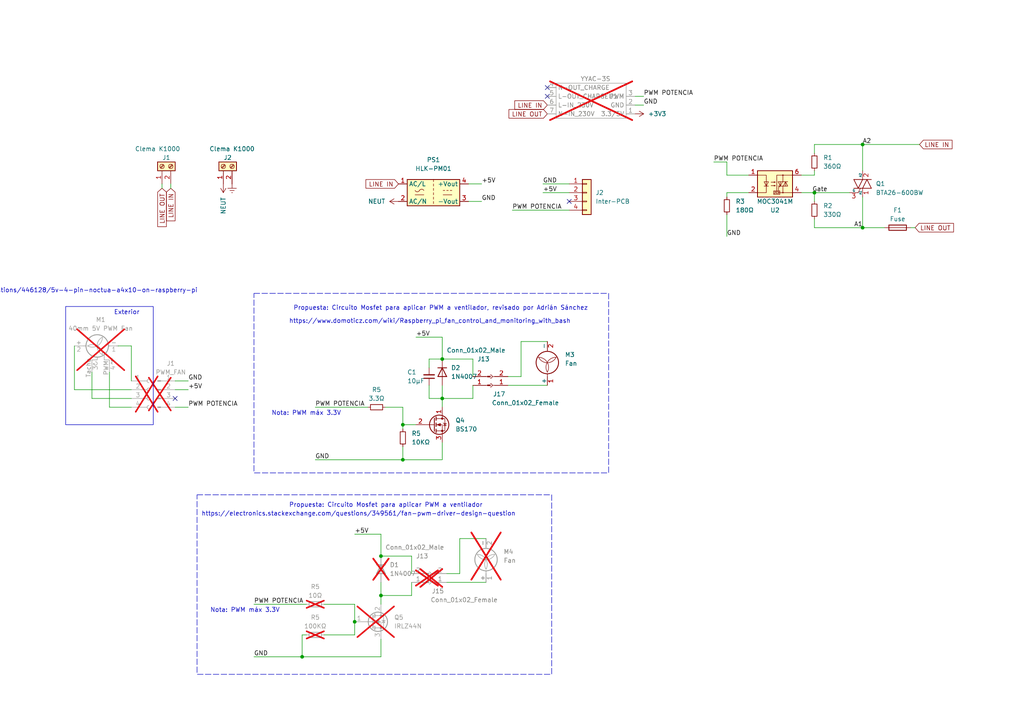
<source format=kicad_sch>
(kicad_sch (version 20230121) (generator eeschema)
  (paper "A4")
  (title_block (title "FreeDS Arquitectura Sánchez") (date "2023-05-30") (rev "1") (company "Iván Sánchez Ortega,  César Sánchez Ortega"))
  (lib_symbols
    (symbol "Connector:Conn_01x02_Female" (pin_names (offset 1.016) hide)
      (property "Reference" "J" (at 0 2.54 0))
      (property "Value" "Conn_01x02_Female" (at 0 -5.08 0))
      (symbol "Conn_01x02_Female_1_1"
        (arc (start 0 -2.032) (mid -0.5058 -2.54) (end 0 -3.048) (stroke (width 0.1524)))
        (polyline (pts (xy -1.27 -2.54) (xy -0.508 -2.54)) (stroke (width 0.1524)))
        (polyline (pts (xy -1.27 0) (xy -0.508 0)) (stroke (width 0.1524)))
        (arc (start 0 0.508) (mid -0.5058 0) (end 0 -0.508) (stroke (width 0.1524)))
        (pin passive line (at -5.08 0 0) (length 3.81) (name "Pin_1") (number "1"))
        (pin passive line (at -5.08 -2.54 0) (length 3.81) (name "Pin_2") (number "2"))
      )
    )
    (symbol "Connector:Conn_01x02_Male" (pin_names (offset 1.016) hide)
      (property "Reference" "J" (at 0 2.54 0))
      (property "Value" "Conn_01x02_Male" (at 0 -5.08 0))
      (symbol "Conn_01x02_Male_1_1"
        (polyline (pts (xy 1.27 -2.54) (xy 0.8636 -2.54)) (stroke (width 0.1524)))
        (polyline (pts (xy 1.27 0) (xy 0.8636 0)) (stroke (width 0.1524)))
        (rectangle (start 0.8636 -2.413) (end 0 -2.667) (stroke (width 0.1524)) (fill (type outline)))
        (rectangle (start 0.8636 0.127) (end 0 -0.127) (stroke (width 0.1524)) (fill (type outline)))
        (pin passive line (at 5.08 0 180) (length 3.81) (name "Pin_1") (number "1"))
        (pin passive line (at 5.08 -2.54 180) (length 3.81) (name "Pin_2") (number "2"))
      )
    )
    (symbol "Connector:Conn_01x04_Female" (pin_names (offset 1.016) hide)
      (property "Reference" "J" (at 0 5.08 0))
      (property "Value" "Conn_01x04_Female" (at 0 -7.62 0))
      (symbol "Conn_01x04_Female_1_1"
        (arc (start 0 -4.572) (mid -0.5058 -5.08) (end 0 -5.588) (stroke (width 0.1524)))
        (arc (start 0 -2.032) (mid -0.5058 -2.54) (end 0 -3.048) (stroke (width 0.1524)))
        (polyline (pts (xy -1.27 -5.08) (xy -0.508 -5.08)) (stroke (width 0.1524)))
        (polyline (pts (xy -1.27 -2.54) (xy -0.508 -2.54)) (stroke (width 0.1524)))
        (polyline (pts (xy -1.27 0) (xy -0.508 0)) (stroke (width 0.1524)))
        (polyline (pts (xy -1.27 2.54) (xy -0.508 2.54)) (stroke (width 0.1524)))
        (arc (start 0 0.508) (mid -0.5058 0) (end 0 -0.508) (stroke (width 0.1524)))
        (arc (start 0 3.048) (mid -0.5058 2.54) (end 0 2.032) (stroke (width 0.1524)))
        (pin passive line (at -5.08 2.54 0) (length 3.81) (name "Pin_1") (number "1"))
        (pin passive line (at -5.08 0 0) (length 3.81) (name "Pin_2") (number "2"))
        (pin passive line (at -5.08 -2.54 0) (length 3.81) (name "Pin_3") (number "3"))
        (pin passive line (at -5.08 -5.08 0) (length 3.81) (name "Pin_4") (number "4"))
      )
    )
    (symbol "Connector:Conn_01x04_Male" (pin_names (offset 1.016) hide)
      (property "Reference" "J" (at 0 5.08 0))
      (property "Value" "Conn_01x04_Male" (at 0 -7.62 0))
      (symbol "Conn_01x04_Male_1_1"
        (polyline (pts (xy 1.27 -5.08) (xy 0.8636 -5.08)) (stroke (width 0.1524)))
        (polyline (pts (xy 1.27 -2.54) (xy 0.8636 -2.54)) (stroke (width 0.1524)))
        (polyline (pts (xy 1.27 0) (xy 0.8636 0)) (stroke (width 0.1524)))
        (polyline (pts (xy 1.27 2.54) (xy 0.8636 2.54)) (stroke (width 0.1524)))
        (rectangle (start 0.8636 -4.953) (end 0 -5.207) (stroke (width 0.1524)) (fill (type outline)))
        (rectangle (start 0.8636 -2.413) (end 0 -2.667) (stroke (width 0.1524)) (fill (type outline)))
        (rectangle (start 0.8636 0.127) (end 0 -0.127) (stroke (width 0.1524)) (fill (type outline)))
        (rectangle (start 0.8636 2.667) (end 0 2.413) (stroke (width 0.1524)) (fill (type outline)))
        (pin passive line (at 5.08 2.54 180) (length 3.81) (name "Pin_1") (number "1"))
        (pin passive line (at 5.08 0 180) (length 3.81) (name "Pin_2") (number "2"))
        (pin passive line (at 5.08 -2.54 180) (length 3.81) (name "Pin_3") (number "3"))
        (pin passive line (at 5.08 -5.08 180) (length 3.81) (name "Pin_4") (number "4"))
      )
    )
    (symbol "Connector:Screw_Terminal_01x02" (pin_names (offset 1.016) hide)
      (property "Reference" "J" (at 0 2.54 0))
      (property "Value" "Screw_Terminal_01x02" (at 0 -5.08 0))
      (symbol "Screw_Terminal_01x02_1_1"
        (rectangle (start -1.27 1.27) (end 1.27 -3.81) (stroke (width 0.254)) (fill (type background)))
        (circle (center 0 -2.54) (radius 0.635) (stroke (width 0.1524)))
        (polyline (pts (xy -0.5334 -2.2098) (xy 0.3302 -3.048)) (stroke (width 0.1524)))
        (polyline (pts (xy -0.5334 0.3302) (xy 0.3302 -0.508)) (stroke (width 0.1524)))
        (polyline (pts (xy -0.3556 -2.032) (xy 0.508 -2.8702)) (stroke (width 0.1524)))
        (polyline (pts (xy -0.3556 0.508) (xy 0.508 -0.3302)) (stroke (width 0.1524)))
        (circle (center 0 0) (radius 0.635) (stroke (width 0.1524)))
        (pin passive line (at -5.08 0 0) (length 3.81) (name "Pin_1") (number "1"))
        (pin passive line (at -5.08 -2.54 0) (length 3.81) (name "Pin_2") (number "2"))
      )
    )
    (symbol "Connector_Generic:Conn_01x04" (pin_names (offset 1.016) hide)
      (property "Reference" "J" (at 0 5.08 0))
      (property "Value" "Conn_01x04" (at 0 -7.62 0))
      (symbol "Conn_01x04_1_1"
        (rectangle (start -1.27 -4.953) (end 0 -5.207) (stroke (width 0.1524)))
        (rectangle (start -1.27 -2.413) (end 0 -2.667) (stroke (width 0.1524)))
        (rectangle (start -1.27 0.127) (end 0 -0.127) (stroke (width 0.1524)))
        (rectangle (start -1.27 2.667) (end 0 2.413) (stroke (width 0.1524)))
        (rectangle (start -1.27 3.81) (end 1.27 -6.35) (stroke (width 0.254)) (fill (type background)))
        (pin passive line (at -5.08 2.54 0) (length 3.81) (name "Pin_1") (number "1"))
        (pin passive line (at -5.08 0 0) (length 3.81) (name "Pin_2") (number "2"))
        (pin passive line (at -5.08 -2.54 0) (length 3.81) (name "Pin_3") (number "3"))
        (pin passive line (at -5.08 -5.08 0) (length 3.81) (name "Pin_4") (number "4"))
      )
    )
    (symbol "Converter_ACDC:HLK-PM01"
      (property "Reference" "PS" (at 0 5.08 0))
      (property "Value" "HLK-PM01" (at 0 -5.08 0))
      (symbol "HLK-PM01_0_1"
        (rectangle (start -7.62 3.81) (end 7.62 -3.81) (stroke (width 0.254)) (fill (type background)))
        (arc (start -5.334 0.635) (mid -4.699 0.2495) (end -4.064 0.635))
        (arc (start -2.794 0.635) (mid -3.429 1.0072) (end -4.064 0.635))
        (polyline (pts (xy -5.334 -0.635) (xy -2.794 -0.635)))
        (polyline (pts (xy 0 -2.54) (xy 0 -3.175)))
        (polyline (pts (xy 0 -1.27) (xy 0 -1.905)))
        (polyline (pts (xy 0 0) (xy 0 -0.635)))
        (polyline (pts (xy 0 1.27) (xy 0 0.635)))
        (polyline (pts (xy 0 2.54) (xy 0 1.905)))
        (polyline (pts (xy 0 3.81) (xy 0 3.175)))
        (polyline (pts (xy 2.794 -0.635) (xy 5.334 -0.635)))
        (polyline (pts (xy 2.794 0.635) (xy 3.302 0.635)))
        (polyline (pts (xy 3.81 0.635) (xy 4.318 0.635)))
        (polyline (pts (xy 4.826 0.635) (xy 5.334 0.635)))
      )
      (symbol "HLK-PM01_1_1"
        (pin power_in line (at -10.16 2.54 0) (length 2.54) (name "AC/L") (number "1"))
        (pin power_in line (at -10.16 -2.54 0) (length 2.54) (name "AC/N") (number "2"))
        (pin power_out line (at 10.16 -2.54 180) (length 2.54) (name "-Vout") (number "3"))
        (pin power_out line (at 10.16 2.54 180) (length 2.54) (name "+Vout") (number "4"))
      )
    )
    (symbol "Device:C_Small" (pin_numbers hide) (pin_names (offset 0.254) hide)
      (property "Reference" "C" (at 0.254 1.778 0))
      (property "Value" "C_Small" (at 0.254 -2.032 0))
      (symbol "C_Small_0_1"
        (polyline (pts (xy -1.524 -0.508) (xy 1.524 -0.508)) (stroke (width 0.3302)))
        (polyline (pts (xy -1.524 0.508) (xy 1.524 0.508)) (stroke (width 0.3048)))
      )
      (symbol "C_Small_1_1"
        (pin passive line (at 0 2.54 270) (length 2.032) (name "~") (number "1"))
        (pin passive line (at 0 -2.54 90) (length 2.032) (name "~") (number "2"))
      )
    )
    (symbol "Device:Fuse" (pin_numbers hide) (pin_names (offset 0))
      (property "Reference" "F" (at 2.032 0 90))
      (property "Value" "Fuse" (at -1.905 0 90))
      (symbol "Fuse_0_1"
        (rectangle (start -0.762 -2.54) (end 0.762 2.54) (stroke (width 0.254)))
        (polyline (pts (xy 0 2.54) (xy 0 -2.54)))
      )
      (symbol "Fuse_1_1"
        (pin passive line (at 0 3.81 270) (length 1.27) (name "~") (number "1"))
        (pin passive line (at 0 -3.81 90) (length 1.27) (name "~") (number "2"))
      )
    )
    (symbol "Device:R_Small" (pin_numbers hide) (pin_names (offset 0.254) hide)
      (property "Reference" "R" (at 0.762 0.508 0))
      (property "Value" "R_Small" (at 0.762 -1.016 0))
      (symbol "R_Small_0_1"
        (rectangle (start -0.762 1.778) (end 0.762 -1.778) (stroke (width 0.2032)))
      )
      (symbol "R_Small_1_1"
        (pin passive line (at 0 2.54 270) (length 0.762) (name "~") (number "1"))
        (pin passive line (at 0 -2.54 90) (length 0.762) (name "~") (number "2"))
      )
    )
    (symbol "Diode:1N4007" (pin_numbers hide) (pin_names hide)
      (property "Reference" "D" (at 0 2.54 0))
      (property "Value" "1N4007" (at 0 -2.54 0))
      (symbol "1N4007_0_1"
        (polyline (pts (xy -1.27 1.27) (xy -1.27 -1.27)) (stroke (width 0.254)))
        (polyline (pts (xy 1.27 0) (xy -1.27 0)))
        (polyline (pts (xy 1.27 1.27) (xy 1.27 -1.27) (xy -1.27 0) (xy 1.27 1.27)) (stroke (width 0.254)))
      )
      (symbol "1N4007_1_1"
        (pin passive line (at -3.81 0 0) (length 2.54) (name "K") (number "1"))
        (pin passive line (at 3.81 0 180) (length 2.54) (name "A") (number "2"))
      )
    )
    (symbol "Motor:Fan" (pin_names (offset 0))
      (property "Reference" "M" (at 2.54 5.08 0))
      (property "Value" "Fan" (at 2.54 -2.54 0))
      (symbol "Fan_0_1"
        (arc (start -2.54 -0.508) (mid 0.0028 0.9121) (end 0 3.81))
        (polyline (pts (xy 0 -5.08) (xy 0 -4.572)))
        (polyline (pts (xy 0 -2.2352) (xy 0 -2.6416)))
        (polyline (pts (xy 0 4.2672) (xy 0 4.6228)))
        (polyline (pts (xy 0 4.572) (xy 0 5.08)))
        (circle (center 0 1.016) (radius 3.2512) (stroke (width 0.254)))
        (arc (start 0 3.81) (mid 0.053 0.921) (end 2.54 -0.508))
        (arc (start 2.54 -0.508) (mid 0 1.0618) (end -2.54 -0.508))
      )
      (symbol "Fan_1_1"
        (pin passive line (at 0 7.62 270) (length 2.54) (name "+") (number "1"))
        (pin passive line (at 0 -5.08 90) (length 2.54) (name "-") (number "2"))
      )
    )
    (symbol "Motor:Fan_4pin" (pin_names (offset 0))
      (property "Reference" "M" (at 2.54 5.08 0))
      (property "Value" "Fan_4pin" (at 2.54 -2.54 0))
      (symbol "Fan_4pin_0_0"
        (arc (start -5.588 1.524) (mid -5.08 1.0182) (end -4.572 1.524))
        (arc (start -5.08 2.032) (mid -5.4392 1.8832) (end -5.588 1.524))
        (polyline (pts (xy -5.08 2.032) (xy -5.334 2.159)))
        (polyline (pts (xy -5.08 2.032) (xy -5.207 1.778)))
        (polyline (pts (xy -4.064 2.54) (xy -4.064 1.016) (xy -3.302 1.016)))
      )
      (symbol "Fan_4pin_0_1"
        (arc (start -2.54 -0.508) (mid 0.0028 0.9121) (end 0 3.81))
        (polyline (pts (xy -4.064 2.54) (xy -5.08 2.54)))
        (polyline (pts (xy 0 -5.08) (xy 0 -4.572)))
        (polyline (pts (xy 0 -2.2352) (xy 0 -2.6416)))
        (polyline (pts (xy 0 4.2672) (xy 0 4.6228)))
        (polyline (pts (xy 0 4.572) (xy 0 5.08)))
        (polyline (pts (xy -2.54 -1.016) (xy -4.064 -1.016) (xy -4.064 -2.54) (xy -5.08 -2.54)))
        (polyline (pts (xy -5.334 -3.302) (xy -5.08 -3.302) (xy -5.08 -3.048) (xy -4.826 -3.048) (xy -4.826 -3.302) (xy -4.318 -3.302) (xy -4.318 -3.048) (xy -4.064 -3.048) (xy -4.064 -3.302) (xy -3.556 -3.302)))
        (circle (center 0 1.016) (radius 3.2512) (stroke (width 0.254)))
        (arc (start 0 3.81) (mid 0.053 0.921) (end 2.54 -0.508))
        (arc (start 2.54 -0.508) (mid 0 1.0618) (end -2.54 -0.508))
      )
      (symbol "Fan_4pin_1_1"
        (pin passive line (at 0 -5.08 90) (length 2.54) (name "-") (number "1"))
        (pin passive line (at 0 7.62 270) (length 2.54) (name "+") (number "2"))
        (pin passive line (at -7.62 2.54 0) (length 2.54) (name "Tacho") (number "3"))
        (pin input line (at -7.62 -2.54 0) (length 2.54) (name "PWM") (number "4"))
      )
    )
    (symbol "Relay_SolidState:MOC3041M"
      (property "Reference" "U" (at -5.08 5.08 0))
      (property "Value" "MOC3041M" (at 0 5.08 0))
      (symbol "MOC3041M_0_0"
        (rectangle (start -0.381 -2.032) (end 1.397 -3.048))
        (polyline (pts (xy 2.286 -2.54) (xy 1.397 -2.54)))
        (polyline (pts (xy 1.524 -0.635) (xy 1.016 -1.016) (xy 1.016 -2.032)))
        (text "ZCD" (at 0.508 -2.54 0) (effects (font (size 0.508 0.508))))
      )
      (symbol "MOC3041M_0_1"
        (rectangle (start -5.08 3.81) (end 5.08 -3.81) (stroke (width 0.254)) (fill (type background)))
        (polyline (pts (xy -3.175 -0.635) (xy -1.905 -0.635)))
        (polyline (pts (xy 1.524 -0.635) (xy 1.524 0.635)))
        (polyline (pts (xy 3.048 0.635) (xy 3.048 -0.635)))
        (polyline (pts (xy 2.286 -0.635) (xy 2.286 -2.54) (xy 5.08 -2.54)))
        (polyline (pts (xy 2.286 0.635) (xy 2.286 2.54) (xy 5.08 2.54)))
        (polyline (pts (xy 2.286 2.54) (xy 0.508 2.54) (xy 0.508 -2.032)))
        (polyline (pts (xy -5.08 2.54) (xy -2.54 2.54) (xy -2.54 -2.54) (xy -5.08 -2.54)))
        (polyline (pts (xy -2.54 -0.635) (xy -3.175 0.635) (xy -1.905 0.635) (xy -2.54 -0.635)))
        (polyline (pts (xy 0.889 -0.635) (xy 3.683 -0.635) (xy 3.048 0.635) (xy 2.413 -0.635)))
        (polyline (pts (xy 3.683 0.635) (xy 0.889 0.635) (xy 1.524 -0.635) (xy 2.159 0.635)))
        (polyline (pts (xy -1.143 -0.508) (xy 0.127 -0.508) (xy -0.254 -0.635) (xy -0.254 -0.381) (xy 0.127 -0.508)))
        (polyline (pts (xy -1.143 0.508) (xy 0.127 0.508) (xy -0.254 0.381) (xy -0.254 0.635) (xy 0.127 0.508)))
        (circle (center 2.286 -2.54) (radius 0.127))
        (circle (center 2.286 2.54) (radius 0.127))
      )
      (symbol "MOC3041M_1_1"
        (pin passive line (at -7.62 2.54 0) (length 2.54) (name "~") (number "1"))
        (pin passive line (at -7.62 -2.54 0) (length 2.54) (name "~") (number "2"))
        (pin no_connect line (at -5.08 0 0) (length 2.54) hide (name "NC") (number "3"))
        (pin passive line (at 7.62 -2.54 180) (length 2.54) (name "~") (number "4"))
        (pin no_connect line (at 5.08 0 180) (length 2.54) hide (name "NC") (number "5"))
        (pin passive line (at 7.62 2.54 180) (length 2.54) (name "~") (number "6"))
      )
    )
    (symbol "Transistor_FET:BS170" (pin_names hide)
      (property "Reference" "Q" (at 5.08 1.905 0))
      (property "Value" "BS170" (at 5.08 0 0))
      (symbol "BS170_0_1"
        (polyline (pts (xy 0.254 0) (xy -2.54 0)))
        (polyline (pts (xy 0.254 1.905) (xy 0.254 -1.905)) (stroke (width 0.254)))
        (polyline (pts (xy 0.762 -1.27) (xy 0.762 -2.286)) (stroke (width 0.254)))
        (polyline (pts (xy 0.762 0.508) (xy 0.762 -0.508)) (stroke (width 0.254)))
        (polyline (pts (xy 0.762 2.286) (xy 0.762 1.27)) (stroke (width 0.254)))
        (polyline (pts (xy 2.54 2.54) (xy 2.54 1.778)))
        (polyline (pts (xy 2.54 -2.54) (xy 2.54 0) (xy 0.762 0)))
        (polyline (pts (xy 0.762 -1.778) (xy 3.302 -1.778) (xy 3.302 1.778) (xy 0.762 1.778)))
        (polyline (pts (xy 1.016 0) (xy 2.032 0.381) (xy 2.032 -0.381) (xy 1.016 0)) (fill (type outline)))
        (polyline (pts (xy 2.794 0.508) (xy 2.921 0.381) (xy 3.683 0.381) (xy 3.81 0.254)))
        (polyline (pts (xy 3.302 0.381) (xy 2.921 -0.254) (xy 3.683 -0.254) (xy 3.302 0.381)))
        (circle (center 1.651 0) (radius 2.794) (stroke (width 0.254)))
        (circle (center 2.54 -1.778) (radius 0.254) (fill (type outline)))
        (circle (center 2.54 1.778) (radius 0.254) (fill (type outline)))
      )
      (symbol "BS170_1_1"
        (pin passive line (at 2.54 5.08 270) (length 2.54) (name "D") (number "1"))
        (pin input line (at -5.08 0 0) (length 2.54) (name "G") (number "2"))
        (pin passive line (at 2.54 -5.08 90) (length 2.54) (name "S") (number "3"))
      )
    )
    (symbol "Transistor_FET:IRLZ44N" (pin_names hide)
      (property "Reference" "Q" (at 6.35 1.905 0))
      (property "Value" "IRLZ44N" (at 6.35 0 0))
      (symbol "IRLZ44N_0_1"
        (polyline (pts (xy 0.254 0) (xy -2.54 0)))
        (polyline (pts (xy 0.254 1.905) (xy 0.254 -1.905)) (stroke (width 0.254)))
        (polyline (pts (xy 0.762 -1.27) (xy 0.762 -2.286)) (stroke (width 0.254)))
        (polyline (pts (xy 0.762 0.508) (xy 0.762 -0.508)) (stroke (width 0.254)))
        (polyline (pts (xy 0.762 2.286) (xy 0.762 1.27)) (stroke (width 0.254)))
        (polyline (pts (xy 2.54 2.54) (xy 2.54 1.778)))
        (polyline (pts (xy 2.54 -2.54) (xy 2.54 0) (xy 0.762 0)))
        (polyline (pts (xy 0.762 -1.778) (xy 3.302 -1.778) (xy 3.302 1.778) (xy 0.762 1.778)))
        (polyline (pts (xy 1.016 0) (xy 2.032 0.381) (xy 2.032 -0.381) (xy 1.016 0)) (fill (type outline)))
        (polyline (pts (xy 2.794 0.508) (xy 2.921 0.381) (xy 3.683 0.381) (xy 3.81 0.254)))
        (polyline (pts (xy 3.302 0.381) (xy 2.921 -0.254) (xy 3.683 -0.254) (xy 3.302 0.381)))
        (circle (center 1.651 0) (radius 2.794) (stroke (width 0.254)))
        (circle (center 2.54 -1.778) (radius 0.254) (fill (type outline)))
        (circle (center 2.54 1.778) (radius 0.254) (fill (type outline)))
      )
      (symbol "IRLZ44N_1_1"
        (pin input line (at -5.08 0 0) (length 2.54) (name "G") (number "1"))
        (pin passive line (at 2.54 5.08 270) (length 2.54) (name "D") (number "2"))
        (pin passive line (at 2.54 -5.08 90) (length 2.54) (name "S") (number "3"))
      )
    )
    (symbol "Triac_Thyristor:BTA16-600BW" (pin_names (offset 0))
      (property "Reference" "Q" (at 5.08 1.905 0))
      (property "Value" "BTA16-600BW" (at 5.08 0 0))
      (symbol "BTA16-600BW_0_1"
        (polyline (pts (xy -2.54 -1.27) (xy 2.54 -1.27)) (stroke (width 0.2032)))
        (polyline (pts (xy -2.54 1.27) (xy 2.54 1.27)) (stroke (width 0.2032)))
        (polyline (pts (xy -1.27 -2.54) (xy -0.635 -1.27)))
        (polyline (pts (xy -2.54 1.27) (xy -1.27 -1.27) (xy 0 1.27)) (stroke (width 0.2032)))
        (polyline (pts (xy 0 -1.27) (xy 1.27 1.27) (xy 2.54 -1.27)) (stroke (width 0.2032)))
      )
      (symbol "BTA16-600BW_1_1"
        (pin passive line (at 0 -3.81 90) (length 2.54) (name "A1") (number "1"))
        (pin passive line (at 0 3.81 270) (length 2.54) (name "A2") (number "2"))
        (pin input line (at -3.81 -2.54 0) (length 2.54) (name "G") (number "3"))
      )
    )
    (symbol "module:YYAC-35_PWM_TRIAC"
      (property "Reference" "U" (at 1.27 3.81 0))
      (symbol "YYAC-35_PWM_TRIAC_0_1"
        (polyline (pts (xy -5.08 2.54) (xy 15.24 2.54) (xy 15.24 -7.62) (xy -5.08 -7.62) (xy -5.08 2.54)))
      )
      (symbol "YYAC-35_PWM_TRIAC_1_1"
        (pin input line (at -7.62 1.27 0) (length 2.54) (name "3.3/5V") (number "1"))
        (pin input line (at -7.62 -1.27 0) (length 2.54) (name "GND") (number "2"))
        (pin input line (at -7.62 -3.81 0) (length 2.54) (name "PWM") (number "3"))
        (pin output line (at 17.78 -6.35 180) (length 2.54) (name "N-OUT_CHARGE") (number "4"))
        (pin output line (at 17.78 -3.81 180) (length 2.54) (name "L-OUT_CHARGE") (number "5"))
        (pin input line (at 17.78 -1.27 180) (length 2.54) (name "L-IN_230V") (number "6"))
        (pin input line (at 17.78 1.27 180) (length 2.54) (name "N-IN_230V") (number "7"))
      )
    )
    (symbol "power:+3V3" (power) (pin_names (offset 0))
      (property "Value" "+3V3" (at 0 3.556 0))
      (symbol "+3V3_0_1"
        (polyline (pts (xy -0.762 1.27) (xy 0 2.54)))
        (polyline (pts (xy 0 0) (xy 0 2.54)))
        (polyline (pts (xy 0 2.54) (xy 0.762 1.27)))
      )
      (symbol "+3V3_1_1"
        (pin power_in line (at 0 0 90) (length 0) hide (name "+3V3") (number "1"))
      )
    )
    (symbol "power:Earth" (power) (pin_names (offset 0))
      (symbol "Earth_0_1"
        (polyline (pts (xy -0.635 -1.905) (xy 0.635 -1.905)))
        (polyline (pts (xy -0.127 -2.54) (xy 0.127 -2.54)))
        (polyline (pts (xy 0 -1.27) (xy 0 0)))
        (polyline (pts (xy 1.27 -1.27) (xy -1.27 -1.27)))
      )
      (symbol "Earth_1_1"
        (pin power_in line (at 0 0 270) (length 0) hide (name "Earth") (number "1"))
      )
    )
    (symbol "power:NEUT" (power) (pin_names (offset 0))
      (property "Value" "NEUT" (at 0 3.81 0))
      (symbol "NEUT_0_1"
        (polyline (pts (xy -0.762 1.27) (xy 0 2.54)))
        (polyline (pts (xy 0 0) (xy 0 2.54)))
        (polyline (pts (xy 0 2.54) (xy 0.762 1.27)))
      )
      (symbol "NEUT_1_1"
        (pin power_in line (at 0 0 90) (length 0) hide (name "NEUT") (number "1"))
      )
    )
  )
  (junction (at 250.19 66.04))
  (junction (at 87.63 190.5))
  (junction (at 116.84 123.19))
  (junction (at 250.19 41.91))
  (junction (at 110.49 161.29))
  (junction (at 116.84 133.35))
  (junction (at 110.49 172.72))
  (junction (at 128.27 115.57))
  (junction (at 128.27 104.14))
  (junction (at 102.87 180.34))
  (junction (at 236.22 55.88))
  (no_connect (at 165.1 58.42))
  (no_connect (at 50.8 115.57))
  (no_connect (at 158.75 27.94))
  (no_connect (at 158.75 25.4))
  (wire (pts (xy 26.67 107.95) (xy 26.67 115.57)))
  (wire (pts (xy 73.66 190.5) (xy 87.63 190.5)))
  (wire (pts (xy 186.69 27.94) (xy 184.15 27.94)))
  (wire (pts (xy 73.66 175.26) (xy 88.9 175.26)))
  (wire (pts (xy 236.22 66.04) (xy 250.19 66.04)))
  (wire (pts (xy 38.1 100.33) (xy 34.29 100.33)))
  (wire (pts (xy 49.53 53.34) (xy 49.53 54.61)))
  (wire (pts (xy 210.82 55.88) (xy 217.17 55.88)))
  (wire (pts (xy 26.67 115.57) (xy 38.1 115.57)))
  (wire (pts (xy 232.41 55.88) (xy 236.22 55.88)))
  (wire (pts (xy 128.27 115.57) (xy 128.27 118.11)))
  (wire (pts (xy 111.76 118.11) (xy 116.84 118.11)))
  (wire (pts (xy 210.82 50.8) (xy 217.17 50.8)))
  (wire (pts (xy 102.87 175.26) (xy 102.87 180.34)))
  (wire (pts (xy 116.84 133.35) (xy 128.27 133.35)))
  (wire (pts (xy 266.7 41.91) (xy 250.19 41.91)))
  (wire (pts (xy 21.59 113.03) (xy 38.1 113.03)))
  (wire (pts (xy 116.84 123.19) (xy 120.65 123.19)))
  (wire (pts (xy 133.35 156.21) (xy 133.35 166.37)))
  (wire (pts (xy 157.48 55.88) (xy 165.1 55.88)))
  (wire (pts (xy 157.48 53.34) (xy 165.1 53.34)))
  (wire (pts (xy 236.22 49.53) (xy 236.22 50.8)))
  (wire (pts (xy 236.22 55.88) (xy 236.22 58.42)))
  (wire (pts (xy 110.49 154.94) (xy 110.49 161.29)))
  (wire (pts (xy 116.84 129.54) (xy 116.84 133.35)))
  (wire (pts (xy 110.49 185.42) (xy 110.49 190.5)))
  (wire (pts (xy 31.75 107.95) (xy 31.75 118.11)))
  (wire (pts (xy 135.89 53.34) (xy 139.7 53.34)))
  (wire (pts (xy 93.98 175.26) (xy 102.87 175.26)))
  (wire (pts (xy 91.44 118.11) (xy 106.68 118.11)))
  (wire (pts (xy 93.98 184.15) (xy 102.87 184.15)))
  (wire (pts (xy 133.35 166.37) (xy 129.54 166.37)))
  (wire (pts (xy 148.59 60.96) (xy 165.1 60.96)))
  (wire (pts (xy 124.46 111.76) (xy 124.46 115.57)))
  (wire (pts (xy 128.27 104.14) (xy 137.16 104.14)))
  (wire (pts (xy 250.19 57.15) (xy 250.19 66.04)))
  (wire (pts (xy 140.97 156.21) (xy 133.35 156.21)))
  (wire (pts (xy 110.49 172.72) (xy 110.49 175.26)))
  (wire (pts (xy 236.22 55.88) (xy 246.38 55.88)))
  (wire (pts (xy 264.16 66.04) (xy 265.43 66.04)))
  (wire (pts (xy 129.54 168.91) (xy 140.97 168.91)))
  (wire (pts (xy 119.38 168.91) (xy 119.38 172.72)))
  (wire (pts (xy 236.22 41.91) (xy 236.22 44.45)))
  (wire (pts (xy 236.22 50.8) (xy 232.41 50.8)))
  (wire (pts (xy 128.27 128.27) (xy 128.27 133.35)))
  (wire (pts (xy 135.89 58.42) (xy 139.7 58.42)))
  (wire (pts (xy 147.32 111.76) (xy 158.75 111.76)))
  (wire (pts (xy 128.27 97.79) (xy 128.27 104.14)))
  (wire (pts (xy 110.49 168.91) (xy 110.49 172.72)))
  (wire (pts (xy 54.61 118.11) (xy 50.8 118.11)))
  (wire (pts (xy 128.27 111.76) (xy 128.27 115.57)))
  (wire (pts (xy 50.8 110.49) (xy 54.61 110.49)))
  (wire (pts (xy 137.16 104.14) (xy 137.16 109.22)))
  (wire (pts (xy 210.82 55.88) (xy 210.82 57.15)))
  (wire (pts (xy 236.22 41.91) (xy 250.19 41.91)))
  (wire (pts (xy 87.63 184.15) (xy 88.9 184.15)))
  (wire (pts (xy 50.8 113.03) (xy 54.61 113.03)))
  (wire (pts (xy 120.65 97.79) (xy 128.27 97.79)))
  (wire (pts (xy 210.82 46.99) (xy 207.01 46.99)))
  (wire (pts (xy 158.75 99.06) (xy 151.13 99.06)))
  (wire (pts (xy 116.84 124.46) (xy 116.84 123.19)))
  (wire (pts (xy 151.13 109.22) (xy 147.32 109.22)))
  (wire (pts (xy 102.87 184.15) (xy 102.87 180.34)))
  (wire (pts (xy 256.54 66.04) (xy 250.19 66.04)))
  (wire (pts (xy 184.15 30.48) (xy 186.69 30.48)))
  (wire (pts (xy 210.82 46.99) (xy 210.82 50.8)))
  (wire (pts (xy 91.44 133.35) (xy 116.84 133.35)))
  (wire (pts (xy 151.13 99.06) (xy 151.13 109.22)))
  (wire (pts (xy 21.59 100.33) (xy 21.59 113.03)))
  (wire (pts (xy 110.49 172.72) (xy 119.38 172.72)))
  (wire (pts (xy 38.1 110.49) (xy 38.1 100.33)))
  (wire (pts (xy 110.49 190.5) (xy 87.63 190.5)))
  (wire (pts (xy 124.46 115.57) (xy 128.27 115.57)))
  (wire (pts (xy 116.84 118.11) (xy 116.84 123.19)))
  (wire (pts (xy 119.38 161.29) (xy 119.38 166.37)))
  (wire (pts (xy 128.27 115.57) (xy 137.16 115.57)))
  (wire (pts (xy 87.63 190.5) (xy 87.63 184.15)))
  (wire (pts (xy 250.19 41.91) (xy 250.19 49.53)))
  (wire (pts (xy 31.75 118.11) (xy 38.1 118.11)))
  (wire (pts (xy 124.46 104.14) (xy 128.27 104.14)))
  (wire (pts (xy 46.99 53.34) (xy 46.99 54.61)))
  (wire (pts (xy 110.49 161.29) (xy 119.38 161.29)))
  (wire (pts (xy 124.46 106.68) (xy 124.46 104.14)))
  (wire (pts (xy 102.87 154.94) (xy 110.49 154.94)))
  (wire (pts (xy 137.16 111.76) (xy 137.16 115.57)))
  (wire (pts (xy 236.22 63.5) (xy 236.22 66.04)))
  (wire (pts (xy 210.82 62.23) (xy 210.82 68.58)))
  (rectangle (start 19.05 88.9) (end 44.45 123.19))
  (rectangle (start 73.66 85.09) (end 176.53 137.16) (stroke (width 0) (type dash)))
  (rectangle (start 57.15 143.51) (end 160.02 195.58) (stroke (width 0) (type dash)))
  (text "https://electronics.stackexchange.com/questions/446128/5v-4-pin-noctua-a4x10-on-raspberry-pi" (at -43.18 85.09 0) (effects (font (size 1.27 1.27)) (justify left bottom)))
  (text "Nota: PWM máx 3.3V" (at 78.74 120.65 0) (effects (font (size 1.27 1.27)) (justify left bottom)))
  (text "Nota: PWM máx 3.3V" (at 60.96 177.8 0) (effects (font (size 1.27 1.27)) (justify left bottom)))
  (text "https://electronics.stackexchange.com/questions/349561/fan-pwm-driver-design-question" (at 58.42 149.86 0) (effects (font (size 1.27 1.27)) (justify left bottom)))
  (text "Exterior" (at 33.02 91.44 0) (effects (font (size 1.27 1.27)) (justify left bottom)))
  (text "Propuesta: Circuito Mosfet para aplicar PWM a ventilador" (at 83.82 147.32 0) (effects (font (size 1.27 1.27)) (justify left bottom)))
  (text "https://www.domoticz.com/wiki/Raspberry_pi_fan_control_and_monitoring_with_bash" (at 83.82 93.98 0) (effects (font (size 1.27 1.27)) (justify left bottom)))
  (text "Propuesta: Circuito Mosfet para aplicar PWM a ventilador, revisado por Adrián Sánchez" (at 85.09 90.17 0) (effects (font (size 1.27 1.27)) (justify left bottom)))
  (label "GND" (at 210.82 68.58 0))
  (label "A2" (at 250.19 41.91 0))
  (label "GND" (at 91.44 133.35 0))
  (label "GND" (at 73.66 190.5 0))
  (label "GND" (at 157.48 53.34 0))
  (label "PWM POTENCIA" (at 91.44 118.11 0))
  (label "GND" (at 54.61 110.49 0))
  (label "PWM POTENCIA" (at 207.01 46.99 0))
  (label "A1" (at 250.19 66.04 180))
  (label "GND" (at 186.69 30.48 0))
  (label "+5V" (at 157.48 55.88 0))
  (label "PWM POTENCIA" (at 73.66 175.26 0))
  (label "GND" (at 139.7 58.42 0))
  (label "PWM POTENCIA" (at 148.59 60.96 0))
  (label "Gate" (at 240.03 55.88 180))
  (label "+5V" (at 102.87 154.94 0))
  (label "+5V" (at 54.61 113.03 0))
  (label "PWM POTENCIA" (at 54.61 118.11 0))
  (label "+5V" (at 139.7 53.34 0))
  (label "+5V" (at 120.65 97.79 0))
  (label "PWM POTENCIA" (at 186.69 27.94 0))
  (global_label "LINE IN" (shape input) (at 115.57 53.34 180) (property "Intersheetrefs" "${INTERSHEET_REFS}" (effects hide)))
  (global_label "LINE OUT" (shape input) (at 265.43 66.04 0) (property "Intersheetrefs" "${INTERSHEET_REFS}" (effects hide)))
  (global_label "LINE IN" (shape input) (at 158.75 30.48 180) (property "Intersheetrefs" "${INTERSHEET_REFS}" (effects hide)))
  (global_label "LINE OUT" (shape input) (at 158.75 33.02 180) (property "Intersheetrefs" "${INTERSHEET_REFS}" (effects hide)))
  (global_label "LINE OUT" (shape input) (at 46.99 54.61 270) (property "Intersheetrefs" "${INTERSHEET_REFS}" (effects hide)))
  (global_label "LINE IN" (shape input) (at 49.53 54.61 270) (property "Intersheetrefs" "${INTERSHEET_REFS}" (effects hide)))
  (global_label "LINE IN" (shape input) (at 266.7 41.91 0) (property "Intersheetrefs" "${INTERSHEET_REFS}" (effects hide)))
  (symbol (lib_id "Triac_Thyristor:BTA16-600BW") (at 250.19 53.34 0) (unit 1)
    (property "Reference" "Q1" (at 254 53.2892 0) (effects (justify left)))
    (property "Value" "BTA26-600BW" (at 254 55.88 0) (effects (justify left)))
    (property "Footprint" "componentes-auxiliares:TOP3_Vertical" (effects hide))
    (property "Datasheet" "https://www.st.com/resource/en/datasheet/bta16.pdf" (effects hide))
    (property "Compras" "https://www.aliexpress.com/item/32508392409.html" (effects hide))
    (property "Grupo" "Básico" (effects hide))
    (instances (project "freeds-sanchez" (path "" (reference "Q1") (unit 1)) (path "" (reference "Q1") (unit 1))) (project "FreeDS_potencia" (path "" (reference "Q3") (unit 1))))
  )
  (symbol (lib_id "power:+3V3") (at 184.15 33.02 270) (unit 1)
    (property "Reference" "#PWR018" (effects hide))
    (property "Value" "+3V3" (at 187.96 33.02 90) (effects (justify left)))
    (instances (project "freeds-sanchez" (path "" (reference "#PWR018") (unit 1)) (path "" (reference "#PWR034") (unit 1))))
  )
  (symbol (lib_id "Device:C_Small") (at 124.46 109.22 180) (unit 1)
    (property "Reference" "C1" (at 118.11 107.95 0) (effects (justify right)))
    (property "Value" "10µF" (at 118.11 110.49 0) (effects (justify right)))
    (property "Footprint" "Capacitor_THT:C_Disc_D4.7mm_W2.5mm_P5.00mm" (effects hide))
    (property "Compras" "https://www.aliexpress.com/item/1005001715033995.html" (effects hide))
    (property "Grupo" "Pinza Amperimétrica" (effects hide))
    (instances (project "freeds-sanchez" (path "" (reference "C1") (unit 1)) (path "" (reference "C2") (unit 1))) (project "FreeDS" (path "" (reference "C1") (unit 1))))
  )
  (symbol (lib_id "module:YYAC-35_PWM_TRIAC") (at 176.53 31.75 180) (unit 1) (in_bom no) (on_board no) (dnp yes)
    (property "Reference" "U1" (at 177.8 27.94 0))
    (property "Value" "YYAC-3S" (at 172.72 22.86 0))
    (property "Footprint" "componentes-auxiliares:YYAC-35 PWM TRIAC" (effects hide))
    (property "Sim.Enable" "0" (effects hide))
    (property "Compras" "https://www.aliexpress.com/item/1005004149677279.html" (effects hide))
    (instances (project "freeds-sanchez" (path "" (reference "U1") (unit 1)) (path "" (reference "U1") (unit 1))) (project "FreeDS_potencia" (path "" (reference "U5") (unit 1))))
  )
  (symbol (lib_id "Connector:Conn_01x02_Male") (at 142.24 111.76 180) (unit 1)
    (property "Reference" "J13" (at 138.43 104.14 0) (effects (justify right)))
    (property "Value" "Conn_01x02_Male" (at 129.54 101.6 0) (effects (justify right)))
    (property "Footprint" "Connector_PinHeader_2.54mm:PinHeader_1x02_P2.54mm_Vertical" (effects hide))
    (property "Compras" "https://www.aliexpress.com/item/32758380907.html" (effects hide))
    (property "Grupo" "Ventilador PWM" (effects hide))
    (instances (project "freeds-sanchez" (path "" (reference "J13") (unit 1)) (path "" (reference "J16") (unit 1))))
  )
  (symbol (lib_id "Converter_ACDC:HLK-PM01") (at 125.73 55.88 0) (unit 1)
    (property "Reference" "PS1" (at 125.73 46.355 0))
    (property "Value" "HLK-PM01" (at 125.73 48.895 0))
    (property "Footprint" "Converter_ACDC:Converter_ACDC_HiLink_HLK-PMxx" (effects hide))
    (property "Datasheet" "http://www.hlktech.net/product_detail.php?ProId=54" (effects hide))
    (property "Compras" "https://www.aliexpress.com/item/32408565688.html" (effects hide))
    (property "Grupo" "Básico" (effects hide))
  )
  (symbol (lib_id "Device:R_Small") (at 116.84 127 180) (unit 1)
    (property "Reference" "R5" (at 119.38 125.73 0) (effects (justify right)))
    (property "Value" "10KΩ" (at 119.38 128.27 0) (effects (justify right)))
    (property "Footprint" "Resistor_THT:R_Axial_DIN0207_L6.3mm_D2.5mm_P10.16mm_Horizontal" (effects hide))
    (property "Compras" "https://www.aliexpress.com/item/1005001931818502.html" (effects hide))
    (property "Grupo" "Ventilador PWM" (effects hide))
    (instances (project "freeds-sanchez" (path "" (reference "R5") (unit 1)) (path "" (reference "R9") (unit 1))) (project "FreeDS" (path "" (reference "R3") (unit 1))))
  )
  (symbol (lib_id "Transistor_FET:BS170") (at 125.73 123.19 0) (unit 1)
    (property "Reference" "Q4" (at 132.08 121.92 0) (effects (justify left)))
    (property "Value" "BS170" (at 132.08 124.46 0) (effects (justify left)))
    (property "Footprint" "Package_TO_SOT_THT:TO-92_Inline" (effects hide))
    (property "Datasheet" "https://www.onsemi.com/pub/Collateral/BS170-D.PDF" (effects hide))
    (property "Compras" "https://www.aliexpress.com/item/33043571478.html" (effects hide))
  )
  (symbol (lib_id "Motor:Fan_4pin") (at 29.21 100.33 90) (unit 1) (on_board no) (dnp yes)
    (property "Reference" "M1" (at 29.21 92.71 90))
    (property "Value" "40mm 5V PWM Fan" (at 29.21 95.25 90))
    (property "Datasheet" "https://noctua.at/en/products/fan/nf-a4x10-pwm/specification" (effects hide))
    (property "Compras" "https://www.aliexpress.com/item/1005003661639143.html" (effects hide))
    (property "Nota" "https://electronics.stackexchange.com/questions/446128/5v-4-pin-noctua-a4x10-on-raspberry-pi" (effects hide))
  )
  (symbol (lib_id "Relay_SolidState:MOC3041M") (at 224.79 53.34 0) (unit 1)
    (property "Reference" "U2" (at 224.79 60.96 0))
    (property "Value" "MOC3041M" (at 224.79 58.42 0))
    (property "Footprint" "Package_DIP:DIP-6_W7.62mm" (effects hide))
    (property "Datasheet" "https://www.onsemi.com/pub/Collateral/MOC3043M-D.pdf" (effects hide))
    (property "Compras" "https://www.aliexpress.com/item/32870289997.html" (effects hide))
    (property "Grupo" "Básico" (effects hide))
    (instances (project "freeds-sanchez" (path "" (reference "U2") (unit 1)) (path "" (reference "U2") (unit 1))) (project "FreeDS_potencia" (path "" (reference "U1") (unit 1))))
  )
  (symbol (lib_id "Connector:Conn_01x02_Male") (at 124.46 168.91 180) (unit 1) (in_bom no) (on_board no) (dnp yes)
    (property "Reference" "J13" (at 120.65 161.29 0) (effects (justify right)))
    (property "Value" "Conn_01x02_Male" (at 111.76 158.75 0) (effects (justify right)))
    (property "Footprint" "Connector_PinHeader_2.54mm:PinHeader_1x02_P2.54mm_Vertical" (effects hide))
    (property "Compras" "https://www.aliexpress.com/item/32758380907.html" (effects hide))
    (property "Grupo" "Ventilador PWM" (effects hide))
    (instances (project "freeds-sanchez" (path "" (reference "J13") (unit 1)) (path "" (reference "J14") (unit 1))))
  )
  (symbol (lib_id "Connector:Conn_01x04_Male") (at 45.72 113.03 0) (unit 1) (in_bom no) (on_board no) (dnp yes)
    (property "Reference" "J1" (at 49.53 105.41 0))
    (property "Value" "PWM_FAN" (at 49.53 107.95 0))
    (property "Footprint" "Connector_JST:JST_GH_BM04B-GHS-TBT_1x04-1MP_P1.25mm_Vertical" (effects hide))
    (property "Compras" "https://www.aliexpress.com/item/32758380907.html" (effects hide))
    (instances (project "freeds-sanchez" (path "" (reference "J1") (unit 1)) (path "" (reference "J13") (unit 1))))
  )
  (symbol (lib_id "Device:Fuse") (at 260.35 66.04 90) (unit 1)
    (property "Reference" "F1" (at 260.35 60.96 90))
    (property "Value" "Fuse" (at 260.35 63.5 90))
    (property "Footprint" "Fuse:Fuseholder_Clip-5x20mm_Littelfuse_100_Inline_P20.50x4.60mm_D1.30mm_Horizontal" (effects hide))
    (property "Compras" "https://www.aliexpress.com/item/1005002876255086.html" (effects hide))
    (property "Grupo" "Básico" (effects hide))
  )
  (symbol (lib_id "Connector:Conn_01x04_Female") (at 43.18 113.03 0) (unit 1) (in_bom no) (on_board no) (dnp yes)
    (property "Reference" "J9" (effects hide))
    (property "Value" "Conn_01x04_Female" (effects hide))
    (instances (project "freeds-sanchez" (path "" (reference "J9") (unit 1)) (path "" (reference "J12") (unit 1))))
  )
  (symbol (lib_id "Device:R_Small") (at 236.22 46.99 0) (unit 1)
    (property "Reference" "R1" (at 238.76 45.72 0) (effects (justify left)))
    (property "Value" "360Ω" (at 238.76 48.26 0) (effects (justify left)))
    (property "Footprint" "Resistor_THT:R_Axial_DIN0207_L6.3mm_D2.5mm_P10.16mm_Horizontal" (effects hide))
    (property "Compras" "https://www.aliexpress.com/item/1005001931818502.html" (effects hide))
    (property "Grupo" "Básico" (effects hide))
    (instances (project "freeds-sanchez" (path "" (reference "R1") (unit 1)) (path "" (reference "R1") (unit 1))) (project "FreeDS_potencia" (path "" (reference "R3") (unit 1))))
  )
  (symbol (lib_id "Device:R_Small") (at 109.22 118.11 90) (unit 1)
    (property "Reference" "R5" (at 109.22 113.03 90))
    (property "Value" "3.3Ω" (at 109.22 115.57 90))
    (property "Footprint" "Resistor_THT:R_Axial_DIN0207_L6.3mm_D2.5mm_P10.16mm_Horizontal" (effects hide))
    (property "Compras" "https://www.aliexpress.com/item/1005001931818502.html" (effects hide))
    (property "Grupo" "Ventilador PWM" (effects hide))
    (instances (project "freeds-sanchez" (path "" (reference "R5") (unit 1)) (path "" (reference "R8") (unit 1))) (project "FreeDS" (path "" (reference "R3") (unit 1))))
  )
  (symbol (lib_id "Connector:Screw_Terminal_01x02") (at 64.77 48.26 90) (unit 1)
    (property "Reference" "J2" (at 66.04 45.72 90))
    (property "Value" "Clema K1000" (at 67.31 43.18 90))
    (property "Footprint" "componentes-auxiliares:Clema 20x14mm K1000 2P" (effects hide))
    (property "Compras" "https://www.aliexpress.com/item/4000170287617.html" (effects hide))
    (property "Grupo" "Básico" (effects hide))
  )
  (symbol (lib_id "power:NEUT") (at 115.57 58.42 90) (unit 1)
    (property "Reference" "#PWR035" (effects hide))
    (property "Value" "NEUT" (at 111.76 58.42 90) (effects (justify left)))
  )
  (symbol (lib_id "Connector_Generic:Conn_01x04") (at 170.18 55.88 0) (unit 1)
    (property "Reference" "J2" (at 172.72 55.88 0) (effects (justify left)))
    (property "Value" "Inter-PCB" (at 172.72 58.42 0) (effects (justify left)))
    (property "Footprint" "Connector_PinHeader_2.54mm:PinHeader_1x04_P2.54mm_Vertical" (effects hide))
    (property "Grupo" "Básico" (effects hide))
    (instances (project "freeds-sanchez" (path "" (reference "J2") (unit 1)) (path "" (reference "J3") (unit 1))) (project "FreeDS_potencia" (path "" (reference "J2") (unit 1))))
  )
  (symbol (lib_id "Device:R_Small") (at 91.44 175.26 90) (unit 1) (in_bom no) (on_board no) (dnp yes)
    (property "Reference" "R5" (at 91.44 170.18 90))
    (property "Value" "10Ω" (at 91.44 172.72 90))
    (property "Footprint" "Resistor_THT:R_Axial_DIN0207_L6.3mm_D2.5mm_P10.16mm_Horizontal" (effects hide))
    (property "Compras" "https://www.aliexpress.com/item/1005001931818502.html" (effects hide))
    (property "Grupo" "Ventilador PWM" (effects hide))
    (instances (project "freeds-sanchez" (path "" (reference "R5") (unit 1)) (path "" (reference "R12") (unit 1))) (project "FreeDS" (path "" (reference "R3") (unit 1))))
  )
  (symbol (lib_id "Motor:Fan") (at 140.97 161.29 180) (unit 1) (in_bom no) (on_board no) (dnp yes)
    (property "Reference" "M4" (at 146.05 160.02 0) (effects (justify right)))
    (property "Value" "Fan" (at 146.05 162.56 0) (effects (justify right)))
    (property "Grupo" "Ventilador PWM" (effects hide))
  )
  (symbol (lib_id "Connector:Screw_Terminal_01x02") (at 46.99 48.26 90) (unit 1)
    (property "Reference" "J1" (at 48.26 45.72 90))
    (property "Value" "Clema K1000" (at 45.72 43.18 90))
    (property "Footprint" "componentes-auxiliares:Clema 20x14mm K1000 2P" (effects hide))
    (property "Compras" "https://www.aliexpress.com/item/4000170287617.html" (effects hide))
    (property "Grupo" "Básico" (effects hide))
  )
  (symbol (lib_id "power:Earth") (at 67.31 53.34 0) (unit 1)
    (property "Reference" "#PWR01" (effects hide))
    (property "Value" "Earth" (effects hide))
  )
  (symbol (lib_id "power:NEUT") (at 64.77 53.34 180) (unit 1)
    (property "Reference" "#PWR037" (effects hide))
    (property "Value" "NEUT" (at 64.77 57.15 90) (effects (justify left)))
  )
  (symbol (lib_id "Connector:Conn_01x02_Female") (at 142.24 111.76 180) (unit 1) (in_bom no) (on_board no)
    (property "Reference" "J17" (at 144.78 114.3 0))
    (property "Value" "Conn_01x02_Female" (at 152.4 116.84 0))
    (property "Grupo" "Ventilador PWM" (effects hide))
  )
  (symbol (lib_id "Connector:Conn_01x02_Female") (at 124.46 168.91 180) (unit 1) (in_bom no) (on_board no) (dnp yes)
    (property "Reference" "J15" (at 127 171.45 0))
    (property "Value" "Conn_01x02_Female" (at 134.62 173.99 0))
    (property "Grupo" "Ventilador PWM" (effects hide))
  )
  (symbol (lib_id "Motor:Fan") (at 158.75 104.14 180) (unit 1) (in_bom no) (on_board no)
    (property "Reference" "M3" (at 163.83 102.87 0) (effects (justify right)))
    (property "Value" "Fan" (at 163.83 105.41 0) (effects (justify right)))
    (property "Grupo" "Ventilador PWM" (effects hide))
  )
  (symbol (lib_id "Transistor_FET:IRLZ44N") (at 107.95 180.34 0) (unit 1) (in_bom no) (on_board no) (dnp yes)
    (property "Reference" "Q5" (at 114.3 179.07 0) (effects (justify left)))
    (property "Value" "IRLZ44N" (at 114.3 181.61 0) (effects (justify left)))
    (property "Footprint" "Package_TO_SOT_THT:TO-220-3_Vertical" (effects hide))
    (property "Datasheet" "http://www.irf.com/product-info/datasheets/data/irlz44n.pdf" (effects hide))
    (property "Grupo" "Ventilador PWM" (effects hide))
  )
  (symbol (lib_id "Diode:1N4007") (at 128.27 107.95 270) (unit 1)
    (property "Reference" "D2" (at 130.81 106.68 90) (effects (justify left)))
    (property "Value" "1N4007" (at 130.81 109.22 90) (effects (justify left)))
    (property "Footprint" "Diode_THT:D_DO-41_SOD81_P10.16mm_Horizontal" (effects hide))
    (property "Datasheet" "http://www.vishay.com/docs/88503/1n4001.pdf" (effects hide))
  )
  (symbol (lib_id "Device:R_Small") (at 236.22 60.96 180) (unit 1)
    (property "Reference" "R2" (at 238.76 59.69 0) (effects (justify right)))
    (property "Value" "330Ω" (at 238.76 62.23 0) (effects (justify right)))
    (property "Footprint" "Resistor_THT:R_Axial_DIN0207_L6.3mm_D2.5mm_P10.16mm_Horizontal" (effects hide))
    (property "Compras" "https://www.aliexpress.com/item/1005001931818502.html" (effects hide))
    (property "Grupo" "Básico" (effects hide))
  )
  (symbol (lib_id "Device:R_Small") (at 91.44 184.15 90) (unit 1) (in_bom no) (on_board no) (dnp yes)
    (property "Reference" "R5" (at 91.44 179.07 90))
    (property "Value" "100KΩ" (at 91.44 181.61 90))
    (property "Footprint" "Resistor_THT:R_Axial_DIN0207_L6.3mm_D2.5mm_P10.16mm_Horizontal" (effects hide))
    (property "Compras" "https://www.aliexpress.com/item/1005001931818502.html" (effects hide))
    (property "Grupo" "Ventilador PWM" (effects hide))
    (instances (project "freeds-sanchez" (path "" (reference "R5") (unit 1)) (path "" (reference "R11") (unit 1))) (project "FreeDS" (path "" (reference "R3") (unit 1))))
  )
  (symbol (lib_id "Device:R_Small") (at 210.82 59.69 0) (unit 1)
    (property "Reference" "R3" (at 213.36 58.42 0) (effects (justify left)))
    (property "Value" "180Ω" (at 213.36 60.96 0) (effects (justify left)))
    (property "Footprint" "Resistor_THT:R_Axial_DIN0207_L6.3mm_D2.5mm_P10.16mm_Horizontal" (effects hide))
    (property "Compras" "https://www.aliexpress.com/item/1005001931818502.html" (effects hide))
    (property "Grupo" "Básico" (effects hide))
    (instances (project "freeds-sanchez" (path "" (reference "R3") (unit 1)) (path "" (reference "R3") (unit 1))) (project "FreeDS_potencia" (path "" (reference "R1") (unit 1))))
  )
  (symbol (lib_id "Diode:1N4007") (at 110.49 165.1 270) (unit 1) (in_bom no) (on_board no) (dnp yes)
    (property "Reference" "D1" (at 113.03 163.83 90) (effects (justify left)))
    (property "Value" "1N4007" (at 113.03 166.37 90) (effects (justify left)))
    (property "Footprint" "Diode_THT:D_DO-41_SOD81_P10.16mm_Horizontal" (effects hide))
    (property "Datasheet" "http://www.vishay.com/docs/88503/1n4001.pdf" (effects hide))
  )
)
</source>
